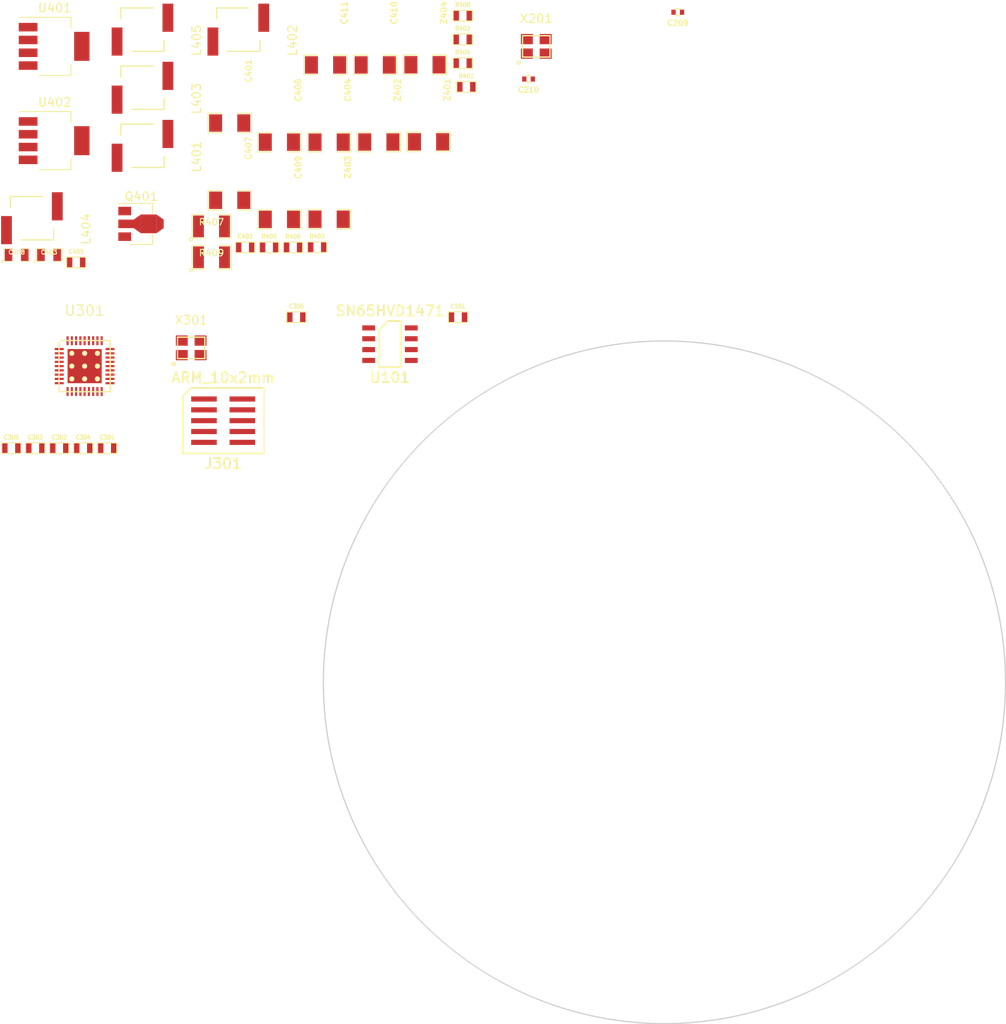
<source format=kicad_pcb>
(kicad_pcb (version 4) (host pcbnew 4.0.7)

  (general
    (links 111)
    (no_connects 102)
    (area 72 29 153.169524 84.64)
    (thickness 1.6)
    (drawings 1)
    (tracks 0)
    (zones 0)
    (modules 46)
    (nets 54)
  )

  (page A4)
  (layers
    (0 F.Cu signal)
    (31 B.Cu signal)
    (32 B.Adhes user)
    (33 F.Adhes user)
    (34 B.Paste user)
    (35 F.Paste user)
    (36 B.SilkS user)
    (37 F.SilkS user)
    (38 B.Mask user)
    (39 F.Mask user)
    (40 Dwgs.User user)
    (41 Cmts.User user)
    (42 Eco1.User user)
    (43 Eco2.User user)
    (44 Edge.Cuts user)
    (45 Margin user)
    (46 B.CrtYd user)
    (47 F.CrtYd user)
    (48 B.Fab user)
    (49 F.Fab user)
  )

  (setup
    (last_trace_width 0.25)
    (trace_clearance 0.2)
    (zone_clearance 0.508)
    (zone_45_only no)
    (trace_min 0.2)
    (segment_width 0.2)
    (edge_width 0.15)
    (via_size 0.6)
    (via_drill 0.4)
    (via_min_size 0.4)
    (via_min_drill 0.3)
    (uvia_size 0.3)
    (uvia_drill 0.1)
    (uvias_allowed no)
    (uvia_min_size 0.2)
    (uvia_min_drill 0.1)
    (pcb_text_width 0.3)
    (pcb_text_size 1.5 1.5)
    (mod_edge_width 0.15)
    (mod_text_size 1 1)
    (mod_text_width 0.15)
    (pad_size 1.524 1.524)
    (pad_drill 0.762)
    (pad_to_mask_clearance 0.2)
    (aux_axis_origin 0 0)
    (visible_elements 7FFFFFFF)
    (pcbplotparams
      (layerselection 0x00030_80000001)
      (usegerberextensions false)
      (excludeedgelayer true)
      (linewidth 0.100000)
      (plotframeref false)
      (viasonmask false)
      (mode 1)
      (useauxorigin false)
      (hpglpennumber 1)
      (hpglpenspeed 20)
      (hpglpendiameter 15)
      (hpglpenoverlay 2)
      (psnegative false)
      (psa4output false)
      (plotreference true)
      (plotvalue true)
      (plotinvisibletext false)
      (padsonsilk false)
      (subtractmaskfromsilk false)
      (outputformat 1)
      (mirror false)
      (drillshape 1)
      (scaleselection 1)
      (outputdirectory ""))
  )

  (net 0 "")
  (net 1 "Net-(C209-Pad1)")
  (net 2 GND)
  (net 3 "Net-(C210-Pad1)")
  (net 4 "Net-(C301-Pad1)")
  (net 5 +3.3V)
  (net 6 "Net-(C305-Pad1)")
  (net 7 "Net-(J301-Pad7)")
  (net 8 /MCU/TMS)
  (net 9 /MCU/TCK)
  (net 10 /MCU/TDO)
  (net 11 /MCU/TDI)
  (net 12 /MCU/NRST)
  (net 13 /MCU/CS)
  (net 14 /MCU/SCK)
  (net 15 /MCU/MISO)
  (net 16 /MCU/MOSI)
  (net 17 /MCU/RF_INT)
  (net 18 "Net-(U301-Pad17)")
  (net 19 "Net-(U301-Pad20)")
  (net 20 /MCU/US1_TX)
  (net 21 /MCU/US1_RX)
  (net 22 "Net-(U301-Pad31)")
  (net 23 "Net-(U301-Pad32)")
  (net 24 /MCU/SCL)
  (net 25 /MCU/SDA)
  (net 26 VCC)
  (net 27 VAMP)
  (net 28 Vadj)
  (net 29 "/Power Amplifier/RF_12")
  (net 30 "/Power Amplifier/RF_7")
  (net 31 "/Power Amplifier/RF_4")
  (net 32 "/Power Amplifier/RF_3")
  (net 33 "/Power Amplifier/RF_1")
  (net 34 "/Power Amplifier/RF_2")
  (net 35 "/Power Amplifier/RF_8")
  (net 36 "/Power Amplifier/PA_EN")
  (net 37 "Net-(R402-Pad2)")
  (net 38 "Net-(R404-Pad1)")
  (net 39 "Net-(R406-Pad2)")
  (net 40 "/Power Amplifier/RF_11")
  (net 41 "Net-(J101-Pad2)")
  (net 42 "Net-(J101-Pad4)")
  (net 43 "Net-(J101-Pad10)")
  (net 44 "Net-(J101-Pad12)")
  (net 45 /Si446x_TX/GPIO0)
  (net 46 /Si446x_TX/GPIO1)
  (net 47 /Si446x_TX/GPIO2)
  (net 48 /Si446x_TX/GPIO3)
  (net 49 /MCU/PB1)
  (net 50 "Net-(U301-Pad23)")
  (net 51 "Net-(U301-Pad24)")
  (net 52 "/Power Amplifier/RF_IN")
  (net 53 "/Power Amplifier/RF_OUT")

  (net_class Default "This is the default net class."
    (clearance 0.2)
    (trace_width 0.25)
    (via_dia 0.6)
    (via_drill 0.4)
    (uvia_dia 0.3)
    (uvia_drill 0.1)
    (add_net +3.3V)
    (add_net /MCU/CS)
    (add_net /MCU/MISO)
    (add_net /MCU/MOSI)
    (add_net /MCU/NRST)
    (add_net /MCU/PB1)
    (add_net /MCU/RF_INT)
    (add_net /MCU/SCK)
    (add_net /MCU/SCL)
    (add_net /MCU/SDA)
    (add_net /MCU/TCK)
    (add_net /MCU/TDI)
    (add_net /MCU/TDO)
    (add_net /MCU/TMS)
    (add_net /MCU/US1_RX)
    (add_net /MCU/US1_TX)
    (add_net "/Power Amplifier/PA_EN")
    (add_net "/Power Amplifier/RF_1")
    (add_net "/Power Amplifier/RF_11")
    (add_net "/Power Amplifier/RF_12")
    (add_net "/Power Amplifier/RF_2")
    (add_net "/Power Amplifier/RF_3")
    (add_net "/Power Amplifier/RF_4")
    (add_net "/Power Amplifier/RF_7")
    (add_net "/Power Amplifier/RF_8")
    (add_net "/Power Amplifier/RF_IN")
    (add_net "/Power Amplifier/RF_OUT")
    (add_net /Si446x_TX/GPIO0)
    (add_net /Si446x_TX/GPIO1)
    (add_net /Si446x_TX/GPIO2)
    (add_net /Si446x_TX/GPIO3)
    (add_net GND)
    (add_net "Net-(C209-Pad1)")
    (add_net "Net-(C210-Pad1)")
    (add_net "Net-(C301-Pad1)")
    (add_net "Net-(C305-Pad1)")
    (add_net "Net-(J101-Pad10)")
    (add_net "Net-(J101-Pad12)")
    (add_net "Net-(J101-Pad2)")
    (add_net "Net-(J101-Pad4)")
    (add_net "Net-(J301-Pad7)")
    (add_net "Net-(R402-Pad2)")
    (add_net "Net-(R404-Pad1)")
    (add_net "Net-(R406-Pad2)")
    (add_net "Net-(U301-Pad17)")
    (add_net "Net-(U301-Pad20)")
    (add_net "Net-(U301-Pad23)")
    (add_net "Net-(U301-Pad24)")
    (add_net "Net-(U301-Pad31)")
    (add_net "Net-(U301-Pad32)")
    (add_net VAMP)
    (add_net VCC)
    (add_net Vadj)
  )

  (module SM0402 (layer F.Cu) (tedit 55C7B894) (tstamp 5AEAB952)
    (at 151.564762 30.475)
    (path /5AE6C8B3/5AEABC9B)
    (fp_text reference C209 (at 0 1.27) (layer F.SilkS)
      (effects (font (size 0.635 0.635) (thickness 0.15)))
    )
    (fp_text value 10p (at 0 -0.5) (layer F.Fab) hide
      (effects (font (size 1 1) (thickness 0.15)))
    )
    (fp_line (start 0.2 0.4) (end 0.3 0.4) (layer F.SilkS) (width 0.15))
    (fp_line (start 0.2 -0.4) (end 0.3 -0.4) (layer F.SilkS) (width 0.15))
    (fp_line (start -0.3 0.4) (end 0.2 0.4) (layer F.SilkS) (width 0.15))
    (fp_line (start -0.3 -0.4) (end 0.2 -0.4) (layer F.SilkS) (width 0.15))
    (pad 1 smd rect (at -0.5 0) (size 0.5 0.6) (layers F.Cu F.Paste F.Mask)
      (net 1 "Net-(C209-Pad1)"))
    (pad 2 smd rect (at 0.5 0) (size 0.5 0.6) (layers F.Cu F.Paste F.Mask)
      (net 2 GND))
  )

  (module SM0402 (layer F.Cu) (tedit 55C7B894) (tstamp 5AEAB95C)
    (at 134.064762 38.305)
    (path /5AE6C8B3/5AEABAF0)
    (fp_text reference C210 (at 0 1.27) (layer F.SilkS)
      (effects (font (size 0.635 0.635) (thickness 0.15)))
    )
    (fp_text value 10p (at 0 -0.5) (layer F.Fab) hide
      (effects (font (size 1 1) (thickness 0.15)))
    )
    (fp_line (start 0.2 0.4) (end 0.3 0.4) (layer F.SilkS) (width 0.15))
    (fp_line (start 0.2 -0.4) (end 0.3 -0.4) (layer F.SilkS) (width 0.15))
    (fp_line (start -0.3 0.4) (end 0.2 0.4) (layer F.SilkS) (width 0.15))
    (fp_line (start -0.3 -0.4) (end 0.2 -0.4) (layer F.SilkS) (width 0.15))
    (pad 1 smd rect (at -0.5 0) (size 0.5 0.6) (layers F.Cu F.Paste F.Mask)
      (net 3 "Net-(C210-Pad1)"))
    (pad 2 smd rect (at 0.5 0) (size 0.5 0.6) (layers F.Cu F.Paste F.Mask)
      (net 2 GND))
  )

  (module General_SMD:SM0603 (layer F.Cu) (tedit 54EC8D93) (tstamp 5AEAB966)
    (at 84.646501 81.56275)
    (path /5AE72573/58B11C23)
    (attr smd)
    (fp_text reference C301 (at 0 -1.27) (layer F.SilkS)
      (effects (font (size 0.508 0.4572) (thickness 0.1143)))
    )
    (fp_text value 10p (at 0 0) (layer F.SilkS) hide
      (effects (font (size 0.508 0.4572) (thickness 0.1143)))
    )
    (fp_line (start -1.143 -0.635) (end 1.143 -0.635) (layer F.SilkS) (width 0.127))
    (fp_line (start 1.143 -0.635) (end 1.143 0.635) (layer F.SilkS) (width 0.127))
    (fp_line (start 1.143 0.635) (end -1.143 0.635) (layer F.SilkS) (width 0.127))
    (fp_line (start -1.143 0.635) (end -1.143 -0.635) (layer F.SilkS) (width 0.127))
    (pad 1 smd rect (at -0.762 0) (size 0.635 1.143) (layers F.Cu F.Paste F.Mask)
      (net 4 "Net-(C301-Pad1)"))
    (pad 2 smd rect (at 0.762 0) (size 0.635 1.143) (layers F.Cu F.Paste F.Mask)
      (net 2 GND))
    (model smd\resistors\R0603.wrl
      (at (xyz 0 0 0.001))
      (scale (xyz 0.5 0.5 0.5))
      (rotate (xyz 0 0 0))
    )
  )

  (module General_SMD:SM0603 (layer F.Cu) (tedit 54EC8D93) (tstamp 5AEAB970)
    (at 79.026501 81.56275)
    (path /5AE72573/58B245E6)
    (attr smd)
    (fp_text reference C302 (at 0 -1.27) (layer F.SilkS)
      (effects (font (size 0.508 0.4572) (thickness 0.1143)))
    )
    (fp_text value 100n (at 0 0) (layer F.SilkS) hide
      (effects (font (size 0.508 0.4572) (thickness 0.1143)))
    )
    (fp_line (start -1.143 -0.635) (end 1.143 -0.635) (layer F.SilkS) (width 0.127))
    (fp_line (start 1.143 -0.635) (end 1.143 0.635) (layer F.SilkS) (width 0.127))
    (fp_line (start 1.143 0.635) (end -1.143 0.635) (layer F.SilkS) (width 0.127))
    (fp_line (start -1.143 0.635) (end -1.143 -0.635) (layer F.SilkS) (width 0.127))
    (pad 1 smd rect (at -0.762 0) (size 0.635 1.143) (layers F.Cu F.Paste F.Mask)
      (net 2 GND))
    (pad 2 smd rect (at 0.762 0) (size 0.635 1.143) (layers F.Cu F.Paste F.Mask)
      (net 5 +3.3V))
    (model smd\resistors\R0603.wrl
      (at (xyz 0 0 0.001))
      (scale (xyz 0.5 0.5 0.5))
      (rotate (xyz 0 0 0))
    )
  )

  (module General_SMD:SM0603 (layer F.Cu) (tedit 54EC8D93) (tstamp 5AEAB97A)
    (at 76.216501 81.56275)
    (path /5AE72573/58B245F3)
    (attr smd)
    (fp_text reference C303 (at 0 -1.27) (layer F.SilkS)
      (effects (font (size 0.508 0.4572) (thickness 0.1143)))
    )
    (fp_text value 100n (at 0 0) (layer F.SilkS) hide
      (effects (font (size 0.508 0.4572) (thickness 0.1143)))
    )
    (fp_line (start -1.143 -0.635) (end 1.143 -0.635) (layer F.SilkS) (width 0.127))
    (fp_line (start 1.143 -0.635) (end 1.143 0.635) (layer F.SilkS) (width 0.127))
    (fp_line (start 1.143 0.635) (end -1.143 0.635) (layer F.SilkS) (width 0.127))
    (fp_line (start -1.143 0.635) (end -1.143 -0.635) (layer F.SilkS) (width 0.127))
    (pad 1 smd rect (at -0.762 0) (size 0.635 1.143) (layers F.Cu F.Paste F.Mask)
      (net 2 GND))
    (pad 2 smd rect (at 0.762 0) (size 0.635 1.143) (layers F.Cu F.Paste F.Mask)
      (net 5 +3.3V))
    (model smd\resistors\R0603.wrl
      (at (xyz 0 0 0.001))
      (scale (xyz 0.5 0.5 0.5))
      (rotate (xyz 0 0 0))
    )
  )

  (module General_SMD:SM0603 (layer F.Cu) (tedit 54EC8D93) (tstamp 5AEAB984)
    (at 81.836501 81.56275)
    (path /5AE72573/58B24735)
    (attr smd)
    (fp_text reference C304 (at 0 -1.27) (layer F.SilkS)
      (effects (font (size 0.508 0.4572) (thickness 0.1143)))
    )
    (fp_text value 100n (at 0 0) (layer F.SilkS) hide
      (effects (font (size 0.508 0.4572) (thickness 0.1143)))
    )
    (fp_line (start -1.143 -0.635) (end 1.143 -0.635) (layer F.SilkS) (width 0.127))
    (fp_line (start 1.143 -0.635) (end 1.143 0.635) (layer F.SilkS) (width 0.127))
    (fp_line (start 1.143 0.635) (end -1.143 0.635) (layer F.SilkS) (width 0.127))
    (fp_line (start -1.143 0.635) (end -1.143 -0.635) (layer F.SilkS) (width 0.127))
    (pad 1 smd rect (at -0.762 0) (size 0.635 1.143) (layers F.Cu F.Paste F.Mask)
      (net 2 GND))
    (pad 2 smd rect (at 0.762 0) (size 0.635 1.143) (layers F.Cu F.Paste F.Mask)
      (net 5 +3.3V))
    (model smd\resistors\R0603.wrl
      (at (xyz 0 0 0.001))
      (scale (xyz 0.5 0.5 0.5))
      (rotate (xyz 0 0 0))
    )
  )

  (module General_SMD:SM0603 (layer F.Cu) (tedit 54EC8D93) (tstamp 5AEAB98E)
    (at 73.406501 81.56275)
    (path /5AE72573/58B125A0)
    (attr smd)
    (fp_text reference C305 (at 0 -1.27) (layer F.SilkS)
      (effects (font (size 0.508 0.4572) (thickness 0.1143)))
    )
    (fp_text value 10p (at 0 0) (layer F.SilkS) hide
      (effects (font (size 0.508 0.4572) (thickness 0.1143)))
    )
    (fp_line (start -1.143 -0.635) (end 1.143 -0.635) (layer F.SilkS) (width 0.127))
    (fp_line (start 1.143 -0.635) (end 1.143 0.635) (layer F.SilkS) (width 0.127))
    (fp_line (start 1.143 0.635) (end -1.143 0.635) (layer F.SilkS) (width 0.127))
    (fp_line (start -1.143 0.635) (end -1.143 -0.635) (layer F.SilkS) (width 0.127))
    (pad 1 smd rect (at -0.762 0) (size 0.635 1.143) (layers F.Cu F.Paste F.Mask)
      (net 6 "Net-(C305-Pad1)"))
    (pad 2 smd rect (at 0.762 0) (size 0.635 1.143) (layers F.Cu F.Paste F.Mask)
      (net 2 GND))
    (model smd\resistors\R0603.wrl
      (at (xyz 0 0 0.001))
      (scale (xyz 0.5 0.5 0.5))
      (rotate (xyz 0 0 0))
    )
  )

  (module General_SMD:SM0603 (layer F.Cu) (tedit 54EC8D93) (tstamp 5AEAB998)
    (at 106.826501 66.21275)
    (path /5AE72573/58B24742)
    (attr smd)
    (fp_text reference C306 (at 0 -1.27) (layer F.SilkS)
      (effects (font (size 0.508 0.4572) (thickness 0.1143)))
    )
    (fp_text value 100n (at 0 0) (layer F.SilkS) hide
      (effects (font (size 0.508 0.4572) (thickness 0.1143)))
    )
    (fp_line (start -1.143 -0.635) (end 1.143 -0.635) (layer F.SilkS) (width 0.127))
    (fp_line (start 1.143 -0.635) (end 1.143 0.635) (layer F.SilkS) (width 0.127))
    (fp_line (start 1.143 0.635) (end -1.143 0.635) (layer F.SilkS) (width 0.127))
    (fp_line (start -1.143 0.635) (end -1.143 -0.635) (layer F.SilkS) (width 0.127))
    (pad 1 smd rect (at -0.762 0) (size 0.635 1.143) (layers F.Cu F.Paste F.Mask)
      (net 2 GND))
    (pad 2 smd rect (at 0.762 0) (size 0.635 1.143) (layers F.Cu F.Paste F.Mask)
      (net 5 +3.3V))
    (model smd\resistors\R0603.wrl
      (at (xyz 0 0 0.001))
      (scale (xyz 0.5 0.5 0.5))
      (rotate (xyz 0 0 0))
    )
  )

  (module Connectors_127mm:JTAG_10ARM (layer F.Cu) (tedit 5534F0A7) (tstamp 5AEAB9AB)
    (at 98.247143 78.34)
    (path /5AE72573/5AE9F04E)
    (fp_text reference J301 (at 0 5.04) (layer F.SilkS)
      (effects (font (size 1.2 1.2) (thickness 0.2)))
    )
    (fp_text value ARM_10x2mm (at 0 -5.04) (layer F.SilkS)
      (effects (font (size 1.2 1.2) (thickness 0.2)))
    )
    (fp_line (start -3.75 -3.84) (end -4.75 -2.84) (layer F.SilkS) (width 0.2))
    (fp_line (start -4.75 -2.84) (end -4.75 3.84) (layer F.SilkS) (width 0.2))
    (fp_line (start -4.75 3.84) (end 4.75 3.84) (layer F.SilkS) (width 0.2))
    (fp_line (start 4.75 3.84) (end 4.75 -3.84) (layer F.SilkS) (width 0.2))
    (fp_line (start 4.75 -3.84) (end -3.75 -3.84) (layer F.SilkS) (width 0.2))
    (pad 1 smd rect (at -2.25 -2.54) (size 3 0.6) (layers F.Cu F.Paste F.Mask)
      (net 5 +3.3V))
    (pad 3 smd rect (at -2.25 -1.27) (size 3 0.6) (layers F.Cu F.Paste F.Mask)
      (net 2 GND))
    (pad 5 smd rect (at -2.25 0) (size 3 0.6) (layers F.Cu F.Paste F.Mask)
      (net 2 GND))
    (pad 7 smd rect (at -2.25 1.27) (size 3 0.6) (layers F.Cu F.Paste F.Mask)
      (net 7 "Net-(J301-Pad7)"))
    (pad 9 smd rect (at -2.25 2.54) (size 3 0.6) (layers F.Cu F.Paste F.Mask)
      (net 2 GND))
    (pad 2 smd rect (at 2.25 -2.54) (size 3 0.6) (layers F.Cu F.Paste F.Mask)
      (net 8 /MCU/TMS))
    (pad 4 smd rect (at 2.25 -1.27) (size 3 0.6) (layers F.Cu F.Paste F.Mask)
      (net 9 /MCU/TCK))
    (pad 6 smd rect (at 2.25 0) (size 3 0.6) (layers F.Cu F.Paste F.Mask)
      (net 10 /MCU/TDO))
    (pad 8 smd rect (at 2.25 1.27) (size 3 0.6) (layers F.Cu F.Paste F.Mask)
      (net 11 /MCU/TDI))
    (pad 10 smd rect (at 2.25 2.54) (size 3 0.6) (layers F.Cu F.Paste F.Mask)
      (net 12 /MCU/NRST))
  )

  (module QFN:QFN36_6x6_0.5mm (layer F.Cu) (tedit 0) (tstamp 5AEAB9F2)
    (at 81.999999 71.945)
    (path /5AE72573/58AEB95D)
    (fp_text reference U301 (at 0 -6.5) (layer F.SilkS)
      (effects (font (size 1.2 1.2) (thickness 0.15)))
    )
    (fp_text value STM32F103TB-QFN36 (at 0 6.5) (layer F.Fab)
      (effects (font (size 1.2 1.2) (thickness 0.15)))
    )
    (fp_line (start -2.7 -3) (end -3 -2.7) (layer F.SilkS) (width 0.15))
    (fp_line (start -3 -2.7) (end -3 3) (layer F.SilkS) (width 0.15))
    (fp_line (start -3 3) (end 3 3) (layer F.SilkS) (width 0.15))
    (fp_line (start 3 3) (end 3 -3) (layer F.SilkS) (width 0.15))
    (fp_line (start 3 -3) (end -2.7 -3) (layer F.SilkS) (width 0.15))
    (pad 37 smd rect (at 0 0) (size 4 4) (layers F.Cu F.Mask)
      (net 2 GND))
    (pad 37 thru_hole circle (at -1.5 -1.5) (size 0.6 0.6) (drill 0.2) (layers *.Cu *.Mask F.SilkS)
      (net 2 GND))
    (pad 37 thru_hole circle (at -1.5 0) (size 0.6 0.6) (drill 0.2) (layers *.Cu *.Mask F.SilkS)
      (net 2 GND))
    (pad 37 thru_hole circle (at -1.5 1.5) (size 0.6 0.6) (drill 0.2) (layers *.Cu *.Mask F.SilkS)
      (net 2 GND))
    (pad 37 thru_hole circle (at 0 -1.5) (size 0.6 0.6) (drill 0.2) (layers *.Cu *.Mask F.SilkS)
      (net 2 GND))
    (pad 37 thru_hole circle (at 0 0) (size 0.6 0.6) (drill 0.2) (layers *.Cu *.Mask F.SilkS)
      (net 2 GND))
    (pad 37 thru_hole circle (at 0 1.5) (size 0.6 0.6) (drill 0.2) (layers *.Cu *.Mask F.SilkS)
      (net 2 GND))
    (pad 37 thru_hole circle (at 1.5 -1.5) (size 0.6 0.6) (drill 0.2) (layers *.Cu *.Mask F.SilkS)
      (net 2 GND))
    (pad 37 thru_hole circle (at 1.5 0) (size 0.6 0.6) (drill 0.2) (layers *.Cu *.Mask F.SilkS)
      (net 2 GND))
    (pad 37 thru_hole circle (at 1.5 1.5) (size 0.6 0.6) (drill 0.2) (layers *.Cu *.Mask F.SilkS)
      (net 2 GND))
    (pad ~ smd rect (at -1.646446 -1.646446) (size 0.707106 0.707106) (layers F.Paste))
    (pad ~ smd rect (at -1.646446 -0.548815) (size 0.707106 0.707106) (layers F.Paste))
    (pad ~ smd rect (at -1.646446 0.548815) (size 0.707106 0.707106) (layers F.Paste))
    (pad ~ smd rect (at -1.646446 1.646446) (size 0.707106 0.707106) (layers F.Paste))
    (pad ~ smd rect (at -0.548815 -1.646446) (size 0.707106 0.707106) (layers F.Paste))
    (pad ~ smd rect (at -0.548815 -0.548815) (size 0.707106 0.707106) (layers F.Paste))
    (pad ~ smd rect (at -0.548815 0.548815) (size 0.707106 0.707106) (layers F.Paste))
    (pad ~ smd rect (at -0.548815 1.646446) (size 0.707106 0.707106) (layers F.Paste))
    (pad ~ smd rect (at 0.548815 -1.646446) (size 0.707106 0.707106) (layers F.Paste))
    (pad ~ smd rect (at 0.548815 -0.548815) (size 0.707106 0.707106) (layers F.Paste))
    (pad ~ smd rect (at 0.548815 0.548815) (size 0.707106 0.707106) (layers F.Paste))
    (pad ~ smd rect (at 0.548815 1.646446) (size 0.707106 0.707106) (layers F.Paste))
    (pad ~ smd rect (at 1.646446 -1.646446) (size 0.707106 0.707106) (layers F.Paste))
    (pad ~ smd rect (at 1.646446 -0.548815) (size 0.707106 0.707106) (layers F.Paste))
    (pad ~ smd rect (at 1.646446 0.548815) (size 0.707106 0.707106) (layers F.Paste))
    (pad ~ smd rect (at 1.646446 1.646446) (size 0.707106 0.707106) (layers F.Paste))
    (pad 1 smd rect (at -2.975 -2) (size 1.05 0.25) (layers F.Cu F.Paste F.Mask)
      (net 5 +3.3V))
    (pad 2 smd rect (at -2.975 -1.5) (size 1.05 0.25) (layers F.Cu F.Paste F.Mask)
      (net 4 "Net-(C301-Pad1)"))
    (pad 3 smd rect (at -2.975 -1) (size 1.05 0.25) (layers F.Cu F.Paste F.Mask)
      (net 6 "Net-(C305-Pad1)"))
    (pad 4 smd rect (at -2.975 -0.5) (size 1.05 0.25) (layers F.Cu F.Paste F.Mask)
      (net 12 /MCU/NRST))
    (pad 5 smd rect (at -2.975 0) (size 1.05 0.25) (layers F.Cu F.Paste F.Mask)
      (net 2 GND))
    (pad 6 smd rect (at -2.975 0.5) (size 1.05 0.25) (layers F.Cu F.Paste F.Mask)
      (net 5 +3.3V))
    (pad 7 smd rect (at -2.975 1) (size 1.05 0.25) (layers F.Cu F.Paste F.Mask)
      (net 45 /Si446x_TX/GPIO0))
    (pad 8 smd rect (at -2.975 1.5) (size 1.05 0.25) (layers F.Cu F.Paste F.Mask)
      (net 46 /Si446x_TX/GPIO1))
    (pad 9 smd rect (at -2.975 2) (size 1.05 0.25) (layers F.Cu F.Paste F.Mask)
      (net 47 /Si446x_TX/GPIO2))
    (pad 10 smd rect (at -2 2.975) (size 0.25 1.05) (layers F.Cu F.Paste F.Mask)
      (net 48 /Si446x_TX/GPIO3))
    (pad 11 smd rect (at -1.5 2.975) (size 0.25 1.05) (layers F.Cu F.Paste F.Mask)
      (net 13 /MCU/CS))
    (pad 12 smd rect (at -1 2.975) (size 0.25 1.05) (layers F.Cu F.Paste F.Mask)
      (net 14 /MCU/SCK))
    (pad 13 smd rect (at -0.5 2.975) (size 0.25 1.05) (layers F.Cu F.Paste F.Mask)
      (net 15 /MCU/MISO))
    (pad 14 smd rect (at 0 2.975) (size 0.25 1.05) (layers F.Cu F.Paste F.Mask)
      (net 16 /MCU/MOSI))
    (pad 15 smd rect (at 0.5 2.975) (size 0.25 1.05) (layers F.Cu F.Paste F.Mask)
      (net 17 /MCU/RF_INT))
    (pad 16 smd rect (at 1 2.975) (size 0.25 1.05) (layers F.Cu F.Paste F.Mask)
      (net 49 /MCU/PB1))
    (pad 17 smd rect (at 1.5 2.975) (size 0.25 1.05) (layers F.Cu F.Paste F.Mask)
      (net 18 "Net-(U301-Pad17)"))
    (pad 18 smd rect (at 2 2.975) (size 0.25 1.05) (layers F.Cu F.Paste F.Mask)
      (net 2 GND))
    (pad 19 smd rect (at 2.975 2) (size 1.05 0.25) (layers F.Cu F.Paste F.Mask)
      (net 5 +3.3V))
    (pad 20 smd rect (at 2.975 1.5) (size 1.05 0.25) (layers F.Cu F.Paste F.Mask)
      (net 19 "Net-(U301-Pad20)"))
    (pad 21 smd rect (at 2.975 1) (size 1.05 0.25) (layers F.Cu F.Paste F.Mask)
      (net 20 /MCU/US1_TX))
    (pad 22 smd rect (at 2.975 0.5) (size 1.05 0.25) (layers F.Cu F.Paste F.Mask)
      (net 21 /MCU/US1_RX))
    (pad 23 smd rect (at 2.975 0) (size 1.05 0.25) (layers F.Cu F.Paste F.Mask)
      (net 50 "Net-(U301-Pad23)"))
    (pad 24 smd rect (at 2.975 -0.5) (size 1.05 0.25) (layers F.Cu F.Paste F.Mask)
      (net 51 "Net-(U301-Pad24)"))
    (pad 25 smd rect (at 2.975 -1) (size 1.05 0.25) (layers F.Cu F.Paste F.Mask)
      (net 8 /MCU/TMS))
    (pad 26 smd rect (at 2.975 -1.5) (size 1.05 0.25) (layers F.Cu F.Paste F.Mask)
      (net 2 GND))
    (pad 27 smd rect (at 2.975 -2) (size 1.05 0.25) (layers F.Cu F.Paste F.Mask)
      (net 5 +3.3V))
    (pad 28 smd rect (at 2 -2.975) (size 0.25 1.05) (layers F.Cu F.Paste F.Mask)
      (net 9 /MCU/TCK))
    (pad 29 smd rect (at 1.5 -2.975) (size 0.25 1.05) (layers F.Cu F.Paste F.Mask)
      (net 11 /MCU/TDI))
    (pad 30 smd rect (at 1 -2.975) (size 0.25 1.05) (layers F.Cu F.Paste F.Mask)
      (net 10 /MCU/TDO))
    (pad 31 smd rect (at 0.5 -2.975) (size 0.25 1.05) (layers F.Cu F.Paste F.Mask)
      (net 22 "Net-(U301-Pad31)"))
    (pad 32 smd rect (at 0 -2.975) (size 0.25 1.05) (layers F.Cu F.Paste F.Mask)
      (net 23 "Net-(U301-Pad32)"))
    (pad 33 smd rect (at -0.5 -2.975) (size 0.25 1.05) (layers F.Cu F.Paste F.Mask)
      (net 24 /MCU/SCL))
    (pad 34 smd rect (at -1 -2.975) (size 0.25 1.05) (layers F.Cu F.Paste F.Mask)
      (net 25 /MCU/SDA))
    (pad 35 smd rect (at -1.5 -2.975) (size 0.25 1.05) (layers F.Cu F.Paste F.Mask)
      (net 2 GND))
    (pad 36 smd rect (at -2 -2.975) (size 0.25 1.05) (layers F.Cu F.Paste F.Mask)
      (net 2 GND))
  )

  (module Xtal_SMD:xtal_3.2x2.5 (layer F.Cu) (tedit 54DF5DC4) (tstamp 5AEAB9FF)
    (at 94.495279 69.805)
    (path /5AE72573/58B10A6E)
    (fp_text reference X301 (at 0 -3.25) (layer F.SilkS)
      (effects (font (size 1 1) (thickness 0.15)))
    )
    (fp_text value 8MHz (at 8.75 -4.5) (layer F.SilkS) hide
      (effects (font (size 1 1) (thickness 0.15)))
    )
    (fp_circle (center -2.05 1.9) (end -1.95 2.05) (layer F.SilkS) (width 0.15))
    (fp_line (start -1.6 -1.25) (end 1.6 -1.25) (layer F.SilkS) (width 0.15))
    (fp_line (start 1.6 -1.25) (end 1.6 1.25) (layer F.SilkS) (width 0.15))
    (fp_line (start 1.6 1.25) (end -1.6 1.25) (layer F.SilkS) (width 0.15))
    (fp_line (start -1.6 1.25) (end -1.6 -1.25) (layer F.SilkS) (width 0.15))
    (pad 1 smd rect (at -1.1 0.85) (size 1.4 1.2) (layers F.Cu F.Paste F.Mask)
      (net 4 "Net-(C301-Pad1)"))
    (pad 2 smd rect (at 1.1 0.85) (size 1.4 1.2) (layers F.Cu F.Paste F.Mask)
      (net 2 GND))
    (pad 3 smd rect (at 1.1 -0.85) (size 1.4 1.2) (layers F.Cu F.Paste F.Mask)
      (net 6 "Net-(C305-Pad1)"))
    (pad 4 smd rect (at -1.1 -0.85) (size 1.4 1.2) (layers F.Cu F.Paste F.Mask)
      (net 2 GND))
  )

  (module SM0603 (layer F.Cu) (tedit 54EC8D93) (tstamp 5AEB98AC)
    (at 125.786501 66.21275)
    (path /5AEAD02F)
    (attr smd)
    (fp_text reference C101 (at 0 -1.27) (layer F.SilkS)
      (effects (font (size 0.508 0.4572) (thickness 0.1143)))
    )
    (fp_text value 1uF (at 0 0) (layer F.SilkS) hide
      (effects (font (size 0.508 0.4572) (thickness 0.1143)))
    )
    (fp_line (start -1.143 -0.635) (end 1.143 -0.635) (layer F.SilkS) (width 0.127))
    (fp_line (start 1.143 -0.635) (end 1.143 0.635) (layer F.SilkS) (width 0.127))
    (fp_line (start 1.143 0.635) (end -1.143 0.635) (layer F.SilkS) (width 0.127))
    (fp_line (start -1.143 0.635) (end -1.143 -0.635) (layer F.SilkS) (width 0.127))
    (pad 1 smd rect (at -0.762 0) (size 0.635 1.143) (layers F.Cu F.Paste F.Mask)
      (net 5 +3.3V))
    (pad 2 smd rect (at 0.762 0) (size 0.635 1.143) (layers F.Cu F.Paste F.Mask)
      (net 2 GND))
    (model smd\resistors\R0603.wrl
      (at (xyz 0 0 0.001))
      (scale (xyz 0.5 0.5 0.5))
      (rotate (xyz 0 0 0))
    )
  )

  (module SM1206 (layer F.Cu) (tedit 54CD7B0D) (tstamp 5AEB98B8)
    (at 99.013501 43.460001)
    (path /5AEB7B90/5AEBBA6C)
    (attr smd)
    (fp_text reference C401 (at 2.2 -6.1 90) (layer F.SilkS)
      (effects (font (size 0.7 0.7) (thickness 0.152)))
    )
    (fp_text value 4.7uF (at 0 0) (layer F.SilkS) hide
      (effects (font (size 0.762 0.762) (thickness 0.127)))
    )
    (fp_line (start -2.54 -1.143) (end -2.54 1.143) (layer F.SilkS) (width 0.127))
    (fp_line (start -2.54 1.143) (end -0.889 1.143) (layer F.SilkS) (width 0.127))
    (fp_line (start 0.889 -1.143) (end 2.54 -1.143) (layer F.SilkS) (width 0.127))
    (fp_line (start 2.54 -1.143) (end 2.54 1.143) (layer F.SilkS) (width 0.127))
    (fp_line (start 2.54 1.143) (end 0.889 1.143) (layer F.SilkS) (width 0.127))
    (fp_line (start -0.889 -1.143) (end -2.54 -1.143) (layer F.SilkS) (width 0.127))
    (pad 1 smd rect (at -1.651 0) (size 1.524 2.032) (layers F.Cu F.Paste F.Mask)
      (net 26 VCC))
    (pad 2 smd rect (at 1.651 0) (size 1.524 2.032) (layers F.Cu F.Paste F.Mask)
      (net 2 GND))
    (model smd/chip_cms.wrl
      (at (xyz 0 0 0))
      (scale (xyz 0.17 0.16 0.16))
      (rotate (xyz 0 0 0))
    )
  )

  (module SM0603 (layer F.Cu) (tedit 54EC8D93) (tstamp 5AEB98C2)
    (at 100.826501 58.03275)
    (path /5AEB7B90/5AEBBAC7)
    (attr smd)
    (fp_text reference C402 (at 0 -1.27) (layer F.SilkS)
      (effects (font (size 0.508 0.4572) (thickness 0.1143)))
    )
    (fp_text value 100nF (at 0 0) (layer F.SilkS) hide
      (effects (font (size 0.508 0.4572) (thickness 0.1143)))
    )
    (fp_line (start -1.143 -0.635) (end 1.143 -0.635) (layer F.SilkS) (width 0.127))
    (fp_line (start 1.143 -0.635) (end 1.143 0.635) (layer F.SilkS) (width 0.127))
    (fp_line (start 1.143 0.635) (end -1.143 0.635) (layer F.SilkS) (width 0.127))
    (fp_line (start -1.143 0.635) (end -1.143 -0.635) (layer F.SilkS) (width 0.127))
    (pad 1 smd rect (at -0.762 0) (size 0.635 1.143) (layers F.Cu F.Paste F.Mask)
      (net 26 VCC))
    (pad 2 smd rect (at 0.762 0) (size 0.635 1.143) (layers F.Cu F.Paste F.Mask)
      (net 2 GND))
    (model smd\resistors\R0603.wrl
      (at (xyz 0 0 0.001))
      (scale (xyz 0.5 0.5 0.5))
      (rotate (xyz 0 0 0))
    )
  )

  (module SM0805 (layer F.Cu) (tedit 54EC8E63) (tstamp 5AEB98CF)
    (at 77.827531 58.921531)
    (path /5AEB7B90/5AEBCC0E)
    (attr smd)
    (fp_text reference C403 (at 0 -0.3175) (layer F.SilkS)
      (effects (font (size 0.50038 0.50038) (thickness 0.10922)))
    )
    (fp_text value 1uF (at 0 0.381) (layer F.SilkS) hide
      (effects (font (size 0.50038 0.50038) (thickness 0.10922)))
    )
    (fp_circle (center -1.651 0.762) (end -1.651 0.635) (layer F.SilkS) (width 0.09906))
    (fp_line (start -0.508 0.762) (end -1.524 0.762) (layer F.SilkS) (width 0.09906))
    (fp_line (start -1.524 0.762) (end -1.524 -0.762) (layer F.SilkS) (width 0.09906))
    (fp_line (start -1.524 -0.762) (end -0.508 -0.762) (layer F.SilkS) (width 0.09906))
    (fp_line (start 0.508 -0.762) (end 1.524 -0.762) (layer F.SilkS) (width 0.09906))
    (fp_line (start 1.524 -0.762) (end 1.524 0.762) (layer F.SilkS) (width 0.09906))
    (fp_line (start 1.524 0.762) (end 0.508 0.762) (layer F.SilkS) (width 0.09906))
    (pad 1 smd rect (at -0.9525 0) (size 0.889 1.397) (layers F.Cu F.Paste F.Mask)
      (net 27 VAMP))
    (pad 2 smd rect (at 0.9525 0) (size 0.889 1.397) (layers F.Cu F.Paste F.Mask)
      (net 2 GND))
    (model smd/chip_cms.wrl
      (at (xyz 0 0 0))
      (scale (xyz 0.1 0.1 0.1))
      (rotate (xyz 0 0 0))
    )
  )

  (module SM1206 (layer F.Cu) (tedit 54CD7B0D) (tstamp 5AEB98DB)
    (at 110.673501 45.700001)
    (path /5AEB7B90/5AEBD935)
    (attr smd)
    (fp_text reference C404 (at 2.2 -6.1 90) (layer F.SilkS)
      (effects (font (size 0.7 0.7) (thickness 0.152)))
    )
    (fp_text value 4.7uF (at 0 0) (layer F.SilkS) hide
      (effects (font (size 0.762 0.762) (thickness 0.127)))
    )
    (fp_line (start -2.54 -1.143) (end -2.54 1.143) (layer F.SilkS) (width 0.127))
    (fp_line (start -2.54 1.143) (end -0.889 1.143) (layer F.SilkS) (width 0.127))
    (fp_line (start 0.889 -1.143) (end 2.54 -1.143) (layer F.SilkS) (width 0.127))
    (fp_line (start 2.54 -1.143) (end 2.54 1.143) (layer F.SilkS) (width 0.127))
    (fp_line (start 2.54 1.143) (end 0.889 1.143) (layer F.SilkS) (width 0.127))
    (fp_line (start -0.889 -1.143) (end -2.54 -1.143) (layer F.SilkS) (width 0.127))
    (pad 1 smd rect (at -1.651 0) (size 1.524 2.032) (layers F.Cu F.Paste F.Mask)
      (net 26 VCC))
    (pad 2 smd rect (at 1.651 0) (size 1.524 2.032) (layers F.Cu F.Paste F.Mask)
      (net 2 GND))
    (model smd/chip_cms.wrl
      (at (xyz 0 0 0))
      (scale (xyz 0.17 0.16 0.16))
      (rotate (xyz 0 0 0))
    )
  )

  (module SM0603 (layer F.Cu) (tedit 54EC8D93) (tstamp 5AEB98E5)
    (at 81.006501 59.79275)
    (path /5AEB7B90/5AEBD93B)
    (attr smd)
    (fp_text reference C405 (at 0 -1.27) (layer F.SilkS)
      (effects (font (size 0.508 0.4572) (thickness 0.1143)))
    )
    (fp_text value 100nF (at 0 0) (layer F.SilkS) hide
      (effects (font (size 0.508 0.4572) (thickness 0.1143)))
    )
    (fp_line (start -1.143 -0.635) (end 1.143 -0.635) (layer F.SilkS) (width 0.127))
    (fp_line (start 1.143 -0.635) (end 1.143 0.635) (layer F.SilkS) (width 0.127))
    (fp_line (start 1.143 0.635) (end -1.143 0.635) (layer F.SilkS) (width 0.127))
    (fp_line (start -1.143 0.635) (end -1.143 -0.635) (layer F.SilkS) (width 0.127))
    (pad 1 smd rect (at -0.762 0) (size 0.635 1.143) (layers F.Cu F.Paste F.Mask)
      (net 26 VCC))
    (pad 2 smd rect (at 0.762 0) (size 0.635 1.143) (layers F.Cu F.Paste F.Mask)
      (net 2 GND))
    (model smd\resistors\R0603.wrl
      (at (xyz 0 0 0.001))
      (scale (xyz 0.5 0.5 0.5))
      (rotate (xyz 0 0 0))
    )
  )

  (module General_SMD:SM1206 (layer F.Cu) (tedit 54CD7B0D) (tstamp 5AEB98F1)
    (at 104.843501 45.700001)
    (path /5AEB7B90/5AE0B4B7)
    (attr smd)
    (fp_text reference C406 (at 2.2 -6.1 90) (layer F.SilkS)
      (effects (font (size 0.7 0.7) (thickness 0.152)))
    )
    (fp_text value 10uF (at 0 0) (layer F.SilkS) hide
      (effects (font (size 0.762 0.762) (thickness 0.127)))
    )
    (fp_line (start -2.54 -1.143) (end -2.54 1.143) (layer F.SilkS) (width 0.127))
    (fp_line (start -2.54 1.143) (end -0.889 1.143) (layer F.SilkS) (width 0.127))
    (fp_line (start 0.889 -1.143) (end 2.54 -1.143) (layer F.SilkS) (width 0.127))
    (fp_line (start 2.54 -1.143) (end 2.54 1.143) (layer F.SilkS) (width 0.127))
    (fp_line (start 2.54 1.143) (end 0.889 1.143) (layer F.SilkS) (width 0.127))
    (fp_line (start -0.889 -1.143) (end -2.54 -1.143) (layer F.SilkS) (width 0.127))
    (pad 1 smd rect (at -1.651 0) (size 1.524 2.032) (layers F.Cu F.Paste F.Mask)
      (net 28 Vadj))
    (pad 2 smd rect (at 1.651 0) (size 1.524 2.032) (layers F.Cu F.Paste F.Mask)
      (net 2 GND))
    (model smd/chip_cms.wrl
      (at (xyz 0 0 0))
      (scale (xyz 0.17 0.16 0.16))
      (rotate (xyz 0 0 0))
    )
  )

  (module General_SMD:SM1206 (layer F.Cu) (tedit 54CD7B0D) (tstamp 5AEB98FD)
    (at 99.013501 52.510001)
    (path /5AEB7B90/5AE0BE88)
    (attr smd)
    (fp_text reference C407 (at 2.2 -6.1 90) (layer F.SilkS)
      (effects (font (size 0.7 0.7) (thickness 0.152)))
    )
    (fp_text value 100pF (at 0 0) (layer F.SilkS) hide
      (effects (font (size 0.762 0.762) (thickness 0.127)))
    )
    (fp_line (start -2.54 -1.143) (end -2.54 1.143) (layer F.SilkS) (width 0.127))
    (fp_line (start -2.54 1.143) (end -0.889 1.143) (layer F.SilkS) (width 0.127))
    (fp_line (start 0.889 -1.143) (end 2.54 -1.143) (layer F.SilkS) (width 0.127))
    (fp_line (start 2.54 -1.143) (end 2.54 1.143) (layer F.SilkS) (width 0.127))
    (fp_line (start 2.54 1.143) (end 0.889 1.143) (layer F.SilkS) (width 0.127))
    (fp_line (start -0.889 -1.143) (end -2.54 -1.143) (layer F.SilkS) (width 0.127))
    (pad 1 smd rect (at -1.651 0) (size 1.524 2.032) (layers F.Cu F.Paste F.Mask)
      (net 29 "/Power Amplifier/RF_12"))
    (pad 2 smd rect (at 1.651 0) (size 1.524 2.032) (layers F.Cu F.Paste F.Mask)
      (net 2 GND))
    (model smd/chip_cms.wrl
      (at (xyz 0 0 0))
      (scale (xyz 0.17 0.16 0.16))
      (rotate (xyz 0 0 0))
    )
  )

  (module SM0805 (layer F.Cu) (tedit 54EC8E63) (tstamp 5AEB990A)
    (at 74.027531 58.921531)
    (path /5AEB7B90/5AEBD97C)
    (attr smd)
    (fp_text reference C408 (at 0 -0.3175) (layer F.SilkS)
      (effects (font (size 0.50038 0.50038) (thickness 0.10922)))
    )
    (fp_text value 1uF (at 0 0.381) (layer F.SilkS) hide
      (effects (font (size 0.50038 0.50038) (thickness 0.10922)))
    )
    (fp_circle (center -1.651 0.762) (end -1.651 0.635) (layer F.SilkS) (width 0.09906))
    (fp_line (start -0.508 0.762) (end -1.524 0.762) (layer F.SilkS) (width 0.09906))
    (fp_line (start -1.524 0.762) (end -1.524 -0.762) (layer F.SilkS) (width 0.09906))
    (fp_line (start -1.524 -0.762) (end -0.508 -0.762) (layer F.SilkS) (width 0.09906))
    (fp_line (start 0.508 -0.762) (end 1.524 -0.762) (layer F.SilkS) (width 0.09906))
    (fp_line (start 1.524 -0.762) (end 1.524 0.762) (layer F.SilkS) (width 0.09906))
    (fp_line (start 1.524 0.762) (end 0.508 0.762) (layer F.SilkS) (width 0.09906))
    (pad 1 smd rect (at -0.9525 0) (size 0.889 1.397) (layers F.Cu F.Paste F.Mask)
      (net 28 Vadj))
    (pad 2 smd rect (at 0.9525 0) (size 0.889 1.397) (layers F.Cu F.Paste F.Mask)
      (net 2 GND))
    (model smd/chip_cms.wrl
      (at (xyz 0 0 0))
      (scale (xyz 0.1 0.1 0.1))
      (rotate (xyz 0 0 0))
    )
  )

  (module General_SMD:SM1206 (layer F.Cu) (tedit 54CD7B0D) (tstamp 5AEB9916)
    (at 104.843501 54.750001)
    (path /5AEB7B90/5AE0BB63)
    (attr smd)
    (fp_text reference C409 (at 2.2 -6.1 90) (layer F.SilkS)
      (effects (font (size 0.7 0.7) (thickness 0.152)))
    )
    (fp_text value 10uF (at 0 0) (layer F.SilkS) hide
      (effects (font (size 0.762 0.762) (thickness 0.127)))
    )
    (fp_line (start -2.54 -1.143) (end -2.54 1.143) (layer F.SilkS) (width 0.127))
    (fp_line (start -2.54 1.143) (end -0.889 1.143) (layer F.SilkS) (width 0.127))
    (fp_line (start 0.889 -1.143) (end 2.54 -1.143) (layer F.SilkS) (width 0.127))
    (fp_line (start 2.54 -1.143) (end 2.54 1.143) (layer F.SilkS) (width 0.127))
    (fp_line (start 2.54 1.143) (end 0.889 1.143) (layer F.SilkS) (width 0.127))
    (fp_line (start -0.889 -1.143) (end -2.54 -1.143) (layer F.SilkS) (width 0.127))
    (pad 1 smd rect (at -1.651 0) (size 1.524 2.032) (layers F.Cu F.Paste F.Mask)
      (net 2 GND))
    (pad 2 smd rect (at 1.651 0) (size 1.524 2.032) (layers F.Cu F.Paste F.Mask)
      (net 27 VAMP))
    (model smd/chip_cms.wrl
      (at (xyz 0 0 0))
      (scale (xyz 0.17 0.16 0.16))
      (rotate (xyz 0 0 0))
    )
  )

  (module General_SMD:SM1206 (layer F.Cu) (tedit 54CD7B0D) (tstamp 5AEB9922)
    (at 116.083501 36.650001)
    (path /5AEB7B90/5AE0BA70)
    (attr smd)
    (fp_text reference C410 (at 2.2 -6.1 90) (layer F.SilkS)
      (effects (font (size 0.7 0.7) (thickness 0.152)))
    )
    (fp_text value 100pF (at 0 0) (layer F.SilkS) hide
      (effects (font (size 0.762 0.762) (thickness 0.127)))
    )
    (fp_line (start -2.54 -1.143) (end -2.54 1.143) (layer F.SilkS) (width 0.127))
    (fp_line (start -2.54 1.143) (end -0.889 1.143) (layer F.SilkS) (width 0.127))
    (fp_line (start 0.889 -1.143) (end 2.54 -1.143) (layer F.SilkS) (width 0.127))
    (fp_line (start 2.54 -1.143) (end 2.54 1.143) (layer F.SilkS) (width 0.127))
    (fp_line (start 2.54 1.143) (end 0.889 1.143) (layer F.SilkS) (width 0.127))
    (fp_line (start -0.889 -1.143) (end -2.54 -1.143) (layer F.SilkS) (width 0.127))
    (pad 1 smd rect (at -1.651 0) (size 1.524 2.032) (layers F.Cu F.Paste F.Mask)
      (net 2 GND))
    (pad 2 smd rect (at 1.651 0) (size 1.524 2.032) (layers F.Cu F.Paste F.Mask)
      (net 30 "/Power Amplifier/RF_7"))
    (model smd/chip_cms.wrl
      (at (xyz 0 0 0))
      (scale (xyz 0.17 0.16 0.16))
      (rotate (xyz 0 0 0))
    )
  )

  (module General_SMD:SM1206 (layer F.Cu) (tedit 54CD7B0D) (tstamp 5AEB992E)
    (at 110.253501 36.650001)
    (path /5AEB7B90/5AE0C99E)
    (attr smd)
    (fp_text reference C411 (at 2.2 -6.1 90) (layer F.SilkS)
      (effects (font (size 0.7 0.7) (thickness 0.152)))
    )
    (fp_text value 470pF (at 0 0) (layer F.SilkS) hide
      (effects (font (size 0.762 0.762) (thickness 0.127)))
    )
    (fp_line (start -2.54 -1.143) (end -2.54 1.143) (layer F.SilkS) (width 0.127))
    (fp_line (start -2.54 1.143) (end -0.889 1.143) (layer F.SilkS) (width 0.127))
    (fp_line (start 0.889 -1.143) (end 2.54 -1.143) (layer F.SilkS) (width 0.127))
    (fp_line (start 2.54 -1.143) (end 2.54 1.143) (layer F.SilkS) (width 0.127))
    (fp_line (start 2.54 1.143) (end 0.889 1.143) (layer F.SilkS) (width 0.127))
    (fp_line (start -0.889 -1.143) (end -2.54 -1.143) (layer F.SilkS) (width 0.127))
    (pad 1 smd rect (at -1.651 0) (size 1.524 2.032) (layers F.Cu F.Paste F.Mask)
      (net 31 "/Power Amplifier/RF_4"))
    (pad 2 smd rect (at 1.651 0) (size 1.524 2.032) (layers F.Cu F.Paste F.Mask)
      (net 32 "/Power Amplifier/RF_3"))
    (model smd/chip_cms.wrl
      (at (xyz 0 0 0))
      (scale (xyz 0.17 0.16 0.16))
      (rotate (xyz 0 0 0))
    )
  )

  (module Coilcraft:MINI_SPRING_TYPE_B (layer F.Cu) (tedit 5AE0F10A) (tstamp 5AEB9938)
    (at 88.785 46.135)
    (path /5AEB7B90/5AE0B32B)
    (fp_text reference L401 (at 6.35 1.27 90) (layer F.SilkS)
      (effects (font (size 1 1) (thickness 0.15)))
    )
    (fp_text value FB (at 0 -2.54) (layer F.Fab)
      (effects (font (size 1 1) (thickness 0.15)))
    )
    (fp_line (start -2.54 -2.54) (end 1.27 -2.54) (layer F.SilkS) (width 0.15))
    (fp_line (start -2.54 -1.27) (end -2.54 -2.54) (layer F.SilkS) (width 0.15))
    (fp_line (start 2.54 2.54) (end 2.54 1.27) (layer F.SilkS) (width 0.15))
    (fp_line (start -1.27 2.54) (end 2.54 2.54) (layer F.SilkS) (width 0.15))
    (pad 1 smd rect (at -2.98 1.395) (size 1.27 3.3) (layers F.Cu F.Paste F.Mask)
      (net 28 Vadj))
    (pad 2 smd rect (at 2.98 -1.395) (size 1.27 3.3) (layers F.Cu F.Paste F.Mask)
      (net 29 "/Power Amplifier/RF_12"))
  )

  (module Coilcraft:MINI_SPRING_TYPE_B (layer F.Cu) (tedit 5AE0F10A) (tstamp 5AEB9942)
    (at 100.025 32.515)
    (path /5AEB7B90/5AEB9557)
    (fp_text reference L402 (at 6.35 1.27 90) (layer F.SilkS)
      (effects (font (size 1 1) (thickness 0.15)))
    )
    (fp_text value 3nH (at 0 -2.54) (layer F.Fab)
      (effects (font (size 1 1) (thickness 0.15)))
    )
    (fp_line (start -2.54 -2.54) (end 1.27 -2.54) (layer F.SilkS) (width 0.15))
    (fp_line (start -2.54 -1.27) (end -2.54 -2.54) (layer F.SilkS) (width 0.15))
    (fp_line (start 2.54 2.54) (end 2.54 1.27) (layer F.SilkS) (width 0.15))
    (fp_line (start -1.27 2.54) (end 2.54 2.54) (layer F.SilkS) (width 0.15))
    (pad 1 smd rect (at -2.98 1.395) (size 1.27 3.3) (layers F.Cu F.Paste F.Mask)
      (net 33 "/Power Amplifier/RF_1"))
    (pad 2 smd rect (at 2.98 -1.395) (size 1.27 3.3) (layers F.Cu F.Paste F.Mask)
      (net 34 "/Power Amplifier/RF_2"))
  )

  (module Coilcraft:MINI_SPRING_TYPE_B (layer F.Cu) (tedit 5AE0F10A) (tstamp 5AEB994C)
    (at 88.785 39.325)
    (path /5AEB7B90/5AE0B818)
    (fp_text reference L403 (at 6.35 1.27 90) (layer F.SilkS)
      (effects (font (size 1 1) (thickness 0.15)))
    )
    (fp_text value FB (at 0 -2.54) (layer F.Fab)
      (effects (font (size 1 1) (thickness 0.15)))
    )
    (fp_line (start -2.54 -2.54) (end 1.27 -2.54) (layer F.SilkS) (width 0.15))
    (fp_line (start -2.54 -1.27) (end -2.54 -2.54) (layer F.SilkS) (width 0.15))
    (fp_line (start 2.54 2.54) (end 2.54 1.27) (layer F.SilkS) (width 0.15))
    (fp_line (start -1.27 2.54) (end 2.54 2.54) (layer F.SilkS) (width 0.15))
    (pad 1 smd rect (at -2.98 1.395) (size 1.27 3.3) (layers F.Cu F.Paste F.Mask)
      (net 27 VAMP))
    (pad 2 smd rect (at 2.98 -1.395) (size 1.27 3.3) (layers F.Cu F.Paste F.Mask)
      (net 30 "/Power Amplifier/RF_7"))
  )

  (module Coilcraft:MINI_SPRING_TYPE_B (layer F.Cu) (tedit 5AE0F10A) (tstamp 5AEB9956)
    (at 75.815 54.615)
    (path /5AEB7B90/5AE0ADDC)
    (fp_text reference L404 (at 6.35 1.27 90) (layer F.SilkS)
      (effects (font (size 1 1) (thickness 0.15)))
    )
    (fp_text value 20nH (at 0 -2.54) (layer F.Fab)
      (effects (font (size 1 1) (thickness 0.15)))
    )
    (fp_line (start -2.54 -2.54) (end 1.27 -2.54) (layer F.SilkS) (width 0.15))
    (fp_line (start -2.54 -1.27) (end -2.54 -2.54) (layer F.SilkS) (width 0.15))
    (fp_line (start 2.54 2.54) (end 2.54 1.27) (layer F.SilkS) (width 0.15))
    (fp_line (start -1.27 2.54) (end 2.54 2.54) (layer F.SilkS) (width 0.15))
    (pad 1 smd rect (at -2.98 1.395) (size 1.27 3.3) (layers F.Cu F.Paste F.Mask)
      (net 30 "/Power Amplifier/RF_7"))
    (pad 2 smd rect (at 2.98 -1.395) (size 1.27 3.3) (layers F.Cu F.Paste F.Mask)
      (net 32 "/Power Amplifier/RF_3"))
  )

  (module Coilcraft:MINI_SPRING_TYPE_B (layer F.Cu) (tedit 5AE0F10A) (tstamp 5AEB9960)
    (at 88.785 32.515)
    (path /5AEB7B90/5AEB8943)
    (fp_text reference L405 (at 6.35 1.27 90) (layer F.SilkS)
      (effects (font (size 1 1) (thickness 0.15)))
    )
    (fp_text value 5nH (at 0 -2.54) (layer F.Fab)
      (effects (font (size 1 1) (thickness 0.15)))
    )
    (fp_line (start -2.54 -2.54) (end 1.27 -2.54) (layer F.SilkS) (width 0.15))
    (fp_line (start -2.54 -1.27) (end -2.54 -2.54) (layer F.SilkS) (width 0.15))
    (fp_line (start 2.54 2.54) (end 2.54 1.27) (layer F.SilkS) (width 0.15))
    (fp_line (start -1.27 2.54) (end 2.54 2.54) (layer F.SilkS) (width 0.15))
    (pad 1 smd rect (at -2.98 1.395) (size 1.27 3.3) (layers F.Cu F.Paste F.Mask)
      (net 31 "/Power Amplifier/RF_4"))
    (pad 2 smd rect (at 2.98 -1.395) (size 1.27 3.3) (layers F.Cu F.Paste F.Mask)
      (net 35 "/Power Amplifier/RF_8"))
  )

  (module SOT:SOT-89-3 (layer F.Cu) (tedit 591F0203) (tstamp 5AEB9978)
    (at 88.180476 55.275)
    (descr SOT-89-3)
    (tags SOT-89-3)
    (path /5AEB7B90/5AE0ACA2)
    (attr smd)
    (fp_text reference Q401 (at 0.45 -3.2) (layer F.SilkS)
      (effects (font (size 1 1) (thickness 0.15)))
    )
    (fp_text value AFT05MS004N (at 0.45 3.25) (layer F.Fab)
      (effects (font (size 1 1) (thickness 0.15)))
    )
    (fp_text user %R (at 0.38 0 90) (layer F.Fab)
      (effects (font (size 0.6 0.6) (thickness 0.09)))
    )
    (fp_line (start 1.78 1.2) (end 1.78 2.4) (layer F.SilkS) (width 0.12))
    (fp_line (start 1.78 2.4) (end -0.92 2.4) (layer F.SilkS) (width 0.12))
    (fp_line (start -2.22 -2.4) (end 1.78 -2.4) (layer F.SilkS) (width 0.12))
    (fp_line (start 1.78 -2.4) (end 1.78 -1.2) (layer F.SilkS) (width 0.12))
    (fp_line (start -0.92 -1.51) (end -0.13 -2.3) (layer F.Fab) (width 0.1))
    (fp_line (start 1.68 -2.3) (end 1.68 2.3) (layer F.Fab) (width 0.1))
    (fp_line (start 1.68 2.3) (end -0.92 2.3) (layer F.Fab) (width 0.1))
    (fp_line (start -0.92 2.3) (end -0.92 -1.51) (layer F.Fab) (width 0.1))
    (fp_line (start -0.13 -2.3) (end 1.68 -2.3) (layer F.Fab) (width 0.1))
    (fp_line (start 3.23 -2.55) (end 3.23 2.55) (layer F.CrtYd) (width 0.05))
    (fp_line (start 3.23 -2.55) (end -2.48 -2.55) (layer F.CrtYd) (width 0.05))
    (fp_line (start -2.48 2.55) (end 3.23 2.55) (layer F.CrtYd) (width 0.05))
    (fp_line (start -2.48 2.55) (end -2.48 -2.55) (layer F.CrtYd) (width 0.05))
    (pad 2 smd trapezoid (at 2.667 0 270) (size 1.6 0.85) (rect_delta 0 0.6 ) (layers F.Cu F.Paste F.Mask)
      (net 2 GND))
    (pad 1 smd rect (at -1.48 -1.5 270) (size 1 1.5) (layers F.Cu F.Paste F.Mask)
      (net 34 "/Power Amplifier/RF_2"))
    (pad 2 smd rect (at -1.3335 0 270) (size 1 1.8) (layers F.Cu F.Paste F.Mask)
      (net 2 GND))
    (pad 3 smd rect (at -1.48 1.5 270) (size 1 1.5) (layers F.Cu F.Paste F.Mask)
      (net 32 "/Power Amplifier/RF_3"))
    (pad 2 smd rect (at 1.3335 0 270) (size 2.2 1.84) (layers F.Cu F.Paste F.Mask)
      (net 2 GND))
    (pad 2 smd trapezoid (at -0.0762 0 90) (size 1.5 1) (rect_delta 0 0.7 ) (layers F.Cu F.Paste F.Mask)
      (net 2 GND))
    (model ${KISYS3DMOD}/TO_SOT_Packages_SMD.3dshapes/SOT-89-3.wrl
      (at (xyz 0 0 0))
      (scale (xyz 1 1 1))
      (rotate (xyz 0 0 0))
    )
  )

  (module SM0603 (layer F.Cu) (tedit 54EC8D93) (tstamp 5AEB9982)
    (at 126.766501 39.22275)
    (path /5AEB7B90/5AEBC41A)
    (attr smd)
    (fp_text reference R401 (at 0 -1.27) (layer F.SilkS)
      (effects (font (size 0.508 0.4572) (thickness 0.1143)))
    )
    (fp_text value 10k (at 0 0) (layer F.SilkS) hide
      (effects (font (size 0.508 0.4572) (thickness 0.1143)))
    )
    (fp_line (start -1.143 -0.635) (end 1.143 -0.635) (layer F.SilkS) (width 0.127))
    (fp_line (start 1.143 -0.635) (end 1.143 0.635) (layer F.SilkS) (width 0.127))
    (fp_line (start 1.143 0.635) (end -1.143 0.635) (layer F.SilkS) (width 0.127))
    (fp_line (start -1.143 0.635) (end -1.143 -0.635) (layer F.SilkS) (width 0.127))
    (pad 1 smd rect (at -0.762 0) (size 0.635 1.143) (layers F.Cu F.Paste F.Mask)
      (net 36 "/Power Amplifier/PA_EN"))
    (pad 2 smd rect (at 0.762 0) (size 0.635 1.143) (layers F.Cu F.Paste F.Mask)
      (net 2 GND))
    (model smd\resistors\R0603.wrl
      (at (xyz 0 0 0.001))
      (scale (xyz 0.5 0.5 0.5))
      (rotate (xyz 0 0 0))
    )
  )

  (module SM0603 (layer F.Cu) (tedit 54EC8D93) (tstamp 5AEB998C)
    (at 126.346501 33.66275)
    (path /5AEB7B90/5AEBC854)
    (attr smd)
    (fp_text reference R402 (at 0 -1.27) (layer F.SilkS)
      (effects (font (size 0.508 0.4572) (thickness 0.1143)))
    )
    (fp_text value ? (at 0 0) (layer F.SilkS) hide
      (effects (font (size 0.508 0.4572) (thickness 0.1143)))
    )
    (fp_line (start -1.143 -0.635) (end 1.143 -0.635) (layer F.SilkS) (width 0.127))
    (fp_line (start 1.143 -0.635) (end 1.143 0.635) (layer F.SilkS) (width 0.127))
    (fp_line (start 1.143 0.635) (end -1.143 0.635) (layer F.SilkS) (width 0.127))
    (fp_line (start -1.143 0.635) (end -1.143 -0.635) (layer F.SilkS) (width 0.127))
    (pad 1 smd rect (at -0.762 0) (size 0.635 1.143) (layers F.Cu F.Paste F.Mask)
      (net 2 GND))
    (pad 2 smd rect (at 0.762 0) (size 0.635 1.143) (layers F.Cu F.Paste F.Mask)
      (net 37 "Net-(R402-Pad2)"))
    (model smd\resistors\R0603.wrl
      (at (xyz 0 0 0.001))
      (scale (xyz 0.5 0.5 0.5))
      (rotate (xyz 0 0 0))
    )
  )

  (module SM0603 (layer F.Cu) (tedit 54EC8D93) (tstamp 5AEB9996)
    (at 109.276501 58.01275)
    (path /5AEB7B90/5AEBC6BC)
    (attr smd)
    (fp_text reference R403 (at 0 -1.27) (layer F.SilkS)
      (effects (font (size 0.508 0.4572) (thickness 0.1143)))
    )
    (fp_text value ? (at 0 0) (layer F.SilkS) hide
      (effects (font (size 0.508 0.4572) (thickness 0.1143)))
    )
    (fp_line (start -1.143 -0.635) (end 1.143 -0.635) (layer F.SilkS) (width 0.127))
    (fp_line (start 1.143 -0.635) (end 1.143 0.635) (layer F.SilkS) (width 0.127))
    (fp_line (start 1.143 0.635) (end -1.143 0.635) (layer F.SilkS) (width 0.127))
    (fp_line (start -1.143 0.635) (end -1.143 -0.635) (layer F.SilkS) (width 0.127))
    (pad 1 smd rect (at -0.762 0) (size 0.635 1.143) (layers F.Cu F.Paste F.Mask)
      (net 27 VAMP))
    (pad 2 smd rect (at 0.762 0) (size 0.635 1.143) (layers F.Cu F.Paste F.Mask)
      (net 37 "Net-(R402-Pad2)"))
    (model smd\resistors\R0603.wrl
      (at (xyz 0 0 0.001))
      (scale (xyz 0.5 0.5 0.5))
      (rotate (xyz 0 0 0))
    )
  )

  (module SM0603 (layer F.Cu) (tedit 54EC8D93) (tstamp 5AEB99A0)
    (at 126.346501 36.44275)
    (path /5AEB7B90/5AEBE3B6)
    (attr smd)
    (fp_text reference R404 (at 0 -1.27) (layer F.SilkS)
      (effects (font (size 0.508 0.4572) (thickness 0.1143)))
    )
    (fp_text value 10k (at 0 0) (layer F.SilkS) hide
      (effects (font (size 0.508 0.4572) (thickness 0.1143)))
    )
    (fp_line (start -1.143 -0.635) (end 1.143 -0.635) (layer F.SilkS) (width 0.127))
    (fp_line (start 1.143 -0.635) (end 1.143 0.635) (layer F.SilkS) (width 0.127))
    (fp_line (start 1.143 0.635) (end -1.143 0.635) (layer F.SilkS) (width 0.127))
    (fp_line (start -1.143 0.635) (end -1.143 -0.635) (layer F.SilkS) (width 0.127))
    (pad 1 smd rect (at -0.762 0) (size 0.635 1.143) (layers F.Cu F.Paste F.Mask)
      (net 38 "Net-(R404-Pad1)"))
    (pad 2 smd rect (at 0.762 0) (size 0.635 1.143) (layers F.Cu F.Paste F.Mask)
      (net 36 "/Power Amplifier/PA_EN"))
    (model smd\resistors\R0603.wrl
      (at (xyz 0 0 0.001))
      (scale (xyz 0.5 0.5 0.5))
      (rotate (xyz 0 0 0))
    )
  )

  (module SM0603 (layer F.Cu) (tedit 54EC8D93) (tstamp 5AEB99AA)
    (at 103.636501 58.03275)
    (path /5AEB7B90/5AEBDF5B)
    (attr smd)
    (fp_text reference R405 (at 0 -1.27) (layer F.SilkS)
      (effects (font (size 0.508 0.4572) (thickness 0.1143)))
    )
    (fp_text value 10k (at 0 0) (layer F.SilkS) hide
      (effects (font (size 0.508 0.4572) (thickness 0.1143)))
    )
    (fp_line (start -1.143 -0.635) (end 1.143 -0.635) (layer F.SilkS) (width 0.127))
    (fp_line (start 1.143 -0.635) (end 1.143 0.635) (layer F.SilkS) (width 0.127))
    (fp_line (start 1.143 0.635) (end -1.143 0.635) (layer F.SilkS) (width 0.127))
    (fp_line (start -1.143 0.635) (end -1.143 -0.635) (layer F.SilkS) (width 0.127))
    (pad 1 smd rect (at -0.762 0) (size 0.635 1.143) (layers F.Cu F.Paste F.Mask)
      (net 27 VAMP))
    (pad 2 smd rect (at 0.762 0) (size 0.635 1.143) (layers F.Cu F.Paste F.Mask)
      (net 38 "Net-(R404-Pad1)"))
    (model smd\resistors\R0603.wrl
      (at (xyz 0 0 0.001))
      (scale (xyz 0.5 0.5 0.5))
      (rotate (xyz 0 0 0))
    )
  )

  (module SM0603 (layer F.Cu) (tedit 54EC8D93) (tstamp 5AEB99B4)
    (at 106.446501 58.03275)
    (path /5AEB7B90/5AEBD95A)
    (attr smd)
    (fp_text reference R406 (at 0 -1.27) (layer F.SilkS)
      (effects (font (size 0.508 0.4572) (thickness 0.1143)))
    )
    (fp_text value ? (at 0 0) (layer F.SilkS) hide
      (effects (font (size 0.508 0.4572) (thickness 0.1143)))
    )
    (fp_line (start -1.143 -0.635) (end 1.143 -0.635) (layer F.SilkS) (width 0.127))
    (fp_line (start 1.143 -0.635) (end 1.143 0.635) (layer F.SilkS) (width 0.127))
    (fp_line (start 1.143 0.635) (end -1.143 0.635) (layer F.SilkS) (width 0.127))
    (fp_line (start -1.143 0.635) (end -1.143 -0.635) (layer F.SilkS) (width 0.127))
    (pad 1 smd rect (at -0.762 0) (size 0.635 1.143) (layers F.Cu F.Paste F.Mask)
      (net 2 GND))
    (pad 2 smd rect (at 0.762 0) (size 0.635 1.143) (layers F.Cu F.Paste F.Mask)
      (net 39 "Net-(R406-Pad2)"))
    (model smd\resistors\R0603.wrl
      (at (xyz 0 0 0.001))
      (scale (xyz 0.5 0.5 0.5))
      (rotate (xyz 0 0 0))
    )
  )

  (module General_SMD:SM1210 (layer F.Cu) (tedit 54EC8E56) (tstamp 5AEB99C1)
    (at 96.876106 55.570501)
    (tags "CMS SM")
    (path /5AEB7B90/5AE0B00B)
    (attr smd)
    (fp_text reference R407 (at 0 -0.508) (layer F.SilkS)
      (effects (font (size 0.762 0.762) (thickness 0.127)))
    )
    (fp_text value 33 (at 0 0.508) (layer F.SilkS) hide
      (effects (font (size 0.762 0.762) (thickness 0.127)))
    )
    (fp_circle (center -2.413 1.524) (end -2.286 1.397) (layer F.SilkS) (width 0.127))
    (fp_line (start -0.762 -1.397) (end -2.286 -1.397) (layer F.SilkS) (width 0.127))
    (fp_line (start -2.286 -1.397) (end -2.286 1.397) (layer F.SilkS) (width 0.127))
    (fp_line (start -2.286 1.397) (end -0.762 1.397) (layer F.SilkS) (width 0.127))
    (fp_line (start 0.762 1.397) (end 2.286 1.397) (layer F.SilkS) (width 0.127))
    (fp_line (start 2.286 1.397) (end 2.286 -1.397) (layer F.SilkS) (width 0.127))
    (fp_line (start 2.286 -1.397) (end 0.762 -1.397) (layer F.SilkS) (width 0.127))
    (pad 1 smd rect (at -1.524 0) (size 1.27 2.54) (layers F.Cu F.Paste F.Mask)
      (net 29 "/Power Amplifier/RF_12"))
    (pad 2 smd rect (at 1.524 0) (size 1.27 2.54) (layers F.Cu F.Paste F.Mask)
      (net 40 "/Power Amplifier/RF_11"))
    (model smd/chip_cms.wrl
      (at (xyz 0 0 0))
      (scale (xyz 0.17 0.2 0.17))
      (rotate (xyz 0 0 0))
    )
  )

  (module SM0603 (layer F.Cu) (tedit 54EC8D93) (tstamp 5AEB99CB)
    (at 126.346501 30.88275)
    (path /5AEB7B90/5AEBD954)
    (attr smd)
    (fp_text reference R408 (at 0 -1.27) (layer F.SilkS)
      (effects (font (size 0.508 0.4572) (thickness 0.1143)))
    )
    (fp_text value ? (at 0 0) (layer F.SilkS) hide
      (effects (font (size 0.508 0.4572) (thickness 0.1143)))
    )
    (fp_line (start -1.143 -0.635) (end 1.143 -0.635) (layer F.SilkS) (width 0.127))
    (fp_line (start 1.143 -0.635) (end 1.143 0.635) (layer F.SilkS) (width 0.127))
    (fp_line (start 1.143 0.635) (end -1.143 0.635) (layer F.SilkS) (width 0.127))
    (fp_line (start -1.143 0.635) (end -1.143 -0.635) (layer F.SilkS) (width 0.127))
    (pad 1 smd rect (at -0.762 0) (size 0.635 1.143) (layers F.Cu F.Paste F.Mask)
      (net 28 Vadj))
    (pad 2 smd rect (at 0.762 0) (size 0.635 1.143) (layers F.Cu F.Paste F.Mask)
      (net 39 "Net-(R406-Pad2)"))
    (model smd\resistors\R0603.wrl
      (at (xyz 0 0 0.001))
      (scale (xyz 0.5 0.5 0.5))
      (rotate (xyz 0 0 0))
    )
  )

  (module General_SMD:SM1210 (layer F.Cu) (tedit 54EC8E56) (tstamp 5AEB99D8)
    (at 96.876106 59.190501)
    (tags "CMS SM")
    (path /5AEB7B90/5AE0F0AA)
    (attr smd)
    (fp_text reference R409 (at 0 -0.508) (layer F.SilkS)
      (effects (font (size 0.762 0.762) (thickness 0.127)))
    )
    (fp_text value 33 (at 0 0.508) (layer F.SilkS) hide
      (effects (font (size 0.762 0.762) (thickness 0.127)))
    )
    (fp_circle (center -2.413 1.524) (end -2.286 1.397) (layer F.SilkS) (width 0.127))
    (fp_line (start -0.762 -1.397) (end -2.286 -1.397) (layer F.SilkS) (width 0.127))
    (fp_line (start -2.286 -1.397) (end -2.286 1.397) (layer F.SilkS) (width 0.127))
    (fp_line (start -2.286 1.397) (end -0.762 1.397) (layer F.SilkS) (width 0.127))
    (fp_line (start 0.762 1.397) (end 2.286 1.397) (layer F.SilkS) (width 0.127))
    (fp_line (start 2.286 1.397) (end 2.286 -1.397) (layer F.SilkS) (width 0.127))
    (fp_line (start 2.286 -1.397) (end 0.762 -1.397) (layer F.SilkS) (width 0.127))
    (pad 1 smd rect (at -1.524 0) (size 1.27 2.54) (layers F.Cu F.Paste F.Mask)
      (net 40 "/Power Amplifier/RF_11"))
    (pad 2 smd rect (at 1.524 0) (size 1.27 2.54) (layers F.Cu F.Paste F.Mask)
      (net 34 "/Power Amplifier/RF_2"))
    (model smd/chip_cms.wrl
      (at (xyz 0 0 0))
      (scale (xyz 0.17 0.2 0.17))
      (rotate (xyz 0 0 0))
    )
  )

  (module SOIC:SOIC_8_150mil (layer F.Cu) (tedit 55C7C1A9) (tstamp 5AEB99E9)
    (at 117.811428 69.375)
    (path /5AEAC313)
    (fp_text reference U101 (at 0 3.905) (layer F.SilkS)
      (effects (font (size 1.2 1.2) (thickness 0.2)))
    )
    (fp_text value SN65HVD1471 (at 0 -3.905) (layer F.SilkS)
      (effects (font (size 1.2 1.2) (thickness 0.2)))
    )
    (fp_line (start -0.25 -2.705) (end -1.25 -1.705) (layer F.SilkS) (width 0.2))
    (fp_line (start -1.25 -1.705) (end -1.25 2.705) (layer F.SilkS) (width 0.2))
    (fp_line (start -1.25 2.705) (end 1.25 2.705) (layer F.SilkS) (width 0.2))
    (fp_line (start 1.25 2.705) (end 1.25 -2.705) (layer F.SilkS) (width 0.2))
    (fp_line (start 1.25 -2.705) (end -0.25 -2.705) (layer F.SilkS) (width 0.2))
    (pad 1 smd rect (at -2.5 -1.905) (size 1.5 0.6) (layers F.Cu F.Paste F.Mask)
      (net 5 +3.3V))
    (pad 2 smd rect (at -2.5 -0.635) (size 1.5 0.6) (layers F.Cu F.Paste F.Mask)
      (net 21 /MCU/US1_RX))
    (pad 3 smd rect (at -2.5 0.635) (size 1.5 0.6) (layers F.Cu F.Paste F.Mask)
      (net 20 /MCU/US1_TX))
    (pad 4 smd rect (at -2.5 1.905) (size 1.5 0.6) (layers F.Cu F.Paste F.Mask)
      (net 2 GND))
    (pad 8 smd rect (at 2.5 -1.905) (size 1.5 0.6) (layers F.Cu F.Paste F.Mask)
      (net 41 "Net-(J101-Pad2)"))
    (pad 7 smd rect (at 2.5 -0.635) (size 1.5 0.6) (layers F.Cu F.Paste F.Mask)
      (net 42 "Net-(J101-Pad4)"))
    (pad 6 smd rect (at 2.5 0.635) (size 1.5 0.6) (layers F.Cu F.Paste F.Mask)
      (net 43 "Net-(J101-Pad10)"))
    (pad 5 smd rect (at 2.5 1.905) (size 1.5 0.6) (layers F.Cu F.Paste F.Mask)
      (net 44 "Net-(J101-Pad12)"))
  )

  (module SOT:SOT-223-5 (layer F.Cu) (tedit 591C8E70) (tstamp 5AEB9A00)
    (at 78.423214 34.475)
    (descr "module CMS SOT223 5 pins, http://ww1.microchip.com/downloads/en/DeviceDoc/51751a.pdf")
    (tags "CMS SOT")
    (path /5AEB7B90/5AEBB8AD)
    (attr smd)
    (fp_text reference U401 (at 0.0625 -4.5) (layer F.SilkS)
      (effects (font (size 1 1) (thickness 0.15)))
    )
    (fp_text value LP38693MP-ADJ (at 0.0625 4.5) (layer F.Fab)
      (effects (font (size 1 1) (thickness 0.15)))
    )
    (fp_text user %R (at 0 0 90) (layer F.Fab)
      (effects (font (size 0.8 0.8) (thickness 0.12)))
    )
    (fp_line (start -1.7875 -2.3) (end -0.7375 -3.35) (layer F.Fab) (width 0.1))
    (fp_line (start 1.9725 3.41) (end 1.9725 2.15) (layer F.SilkS) (width 0.12))
    (fp_line (start 1.9725 -3.41) (end 1.9725 -2.15) (layer F.SilkS) (width 0.12))
    (fp_line (start -1.7875 -2.3) (end -1.7875 3.35) (layer F.Fab) (width 0.1))
    (fp_line (start -1.7875 3.41) (end 1.9725 3.41) (layer F.SilkS) (width 0.12))
    (fp_line (start -0.7375 -3.35) (end 1.9125 -3.35) (layer F.Fab) (width 0.1))
    (fp_line (start -4.0375 -3.41) (end 1.9725 -3.41) (layer F.SilkS) (width 0.12))
    (fp_line (start -1.7875 3.35) (end 1.9125 3.35) (layer F.Fab) (width 0.1))
    (fp_line (start 1.9125 -3.35) (end 1.9125 3.35) (layer F.Fab) (width 0.1))
    (fp_line (start -4.4 -3.6) (end 4.4 -3.6) (layer F.CrtYd) (width 0.05))
    (fp_line (start -4.4 -3.6) (end -4.4 3.6) (layer F.CrtYd) (width 0.05))
    (fp_line (start 4.4 3.6) (end 4.4 -3.6) (layer F.CrtYd) (width 0.05))
    (fp_line (start 4.4 3.6) (end -4.4 3.6) (layer F.CrtYd) (width 0.05))
    (pad 4 smd rect (at -3.05 2.25) (size 2.2 1) (layers F.Cu F.Paste F.Mask)
      (net 26 VCC))
    (pad 2 smd rect (at -3.05 -0.75) (size 2.2 1) (layers F.Cu F.Paste F.Mask)
      (net 37 "Net-(R402-Pad2)"))
    (pad 5 smd rect (at 3.25 0) (size 1.8 3.4) (layers F.Cu F.Paste F.Mask)
      (net 2 GND))
    (pad 3 smd rect (at -3.05 0.75) (size 2.2 1) (layers F.Cu F.Paste F.Mask)
      (net 27 VAMP))
    (pad 1 smd rect (at -3.05 -2.25) (size 2.2 1) (layers F.Cu F.Paste F.Mask)
      (net 36 "/Power Amplifier/PA_EN"))
    (model ${KISYS3DMOD}/TO_SOT_Packages_SMD.3dshapes/SOT-223-5.wrl
      (at (xyz 0.0024606299 0 0))
      (scale (xyz 1 1 1))
      (rotate (xyz 0 0 0))
    )
  )

  (module SOT:SOT-223-5 (layer F.Cu) (tedit 591C8E70) (tstamp 5AEB9A17)
    (at 78.423214 45.525)
    (descr "module CMS SOT223 5 pins, http://ww1.microchip.com/downloads/en/DeviceDoc/51751a.pdf")
    (tags "CMS SOT")
    (path /5AEB7B90/5AEBD929)
    (attr smd)
    (fp_text reference U402 (at 0.0625 -4.5) (layer F.SilkS)
      (effects (font (size 1 1) (thickness 0.15)))
    )
    (fp_text value LP38693MP-ADJ (at 0.0625 4.5) (layer F.Fab)
      (effects (font (size 1 1) (thickness 0.15)))
    )
    (fp_text user %R (at 0 0 90) (layer F.Fab)
      (effects (font (size 0.8 0.8) (thickness 0.12)))
    )
    (fp_line (start -1.7875 -2.3) (end -0.7375 -3.35) (layer F.Fab) (width 0.1))
    (fp_line (start 1.9725 3.41) (end 1.9725 2.15) (layer F.SilkS) (width 0.12))
    (fp_line (start 1.9725 -3.41) (end 1.9725 -2.15) (layer F.SilkS) (width 0.12))
    (fp_line (start -1.7875 -2.3) (end -1.7875 3.35) (layer F.Fab) (width 0.1))
    (fp_line (start -1.7875 3.41) (end 1.9725 3.41) (layer F.SilkS) (width 0.12))
    (fp_line (start -0.7375 -3.35) (end 1.9125 -3.35) (layer F.Fab) (width 0.1))
    (fp_line (start -4.0375 -3.41) (end 1.9725 -3.41) (layer F.SilkS) (width 0.12))
    (fp_line (start -1.7875 3.35) (end 1.9125 3.35) (layer F.Fab) (width 0.1))
    (fp_line (start 1.9125 -3.35) (end 1.9125 3.35) (layer F.Fab) (width 0.1))
    (fp_line (start -4.4 -3.6) (end 4.4 -3.6) (layer F.CrtYd) (width 0.05))
    (fp_line (start -4.4 -3.6) (end -4.4 3.6) (layer F.CrtYd) (width 0.05))
    (fp_line (start 4.4 3.6) (end 4.4 -3.6) (layer F.CrtYd) (width 0.05))
    (fp_line (start 4.4 3.6) (end -4.4 3.6) (layer F.CrtYd) (width 0.05))
    (pad 4 smd rect (at -3.05 2.25) (size 2.2 1) (layers F.Cu F.Paste F.Mask)
      (net 26 VCC))
    (pad 2 smd rect (at -3.05 -0.75) (size 2.2 1) (layers F.Cu F.Paste F.Mask)
      (net 39 "Net-(R406-Pad2)"))
    (pad 5 smd rect (at 3.25 0) (size 1.8 3.4) (layers F.Cu F.Paste F.Mask)
      (net 2 GND))
    (pad 3 smd rect (at -3.05 0.75) (size 2.2 1) (layers F.Cu F.Paste F.Mask)
      (net 28 Vadj))
    (pad 1 smd rect (at -3.05 -2.25) (size 2.2 1) (layers F.Cu F.Paste F.Mask)
      (net 38 "Net-(R404-Pad1)"))
    (model ${KISYS3DMOD}/TO_SOT_Packages_SMD.3dshapes/SOT-223-5.wrl
      (at (xyz 0.0024606299 0 0))
      (scale (xyz 1 1 1))
      (rotate (xyz 0 0 0))
    )
  )

  (module Xtal_SMD:xtal_3.2x2.5 (layer F.Cu) (tedit 54DF5DC4) (tstamp 5AEB9A24)
    (at 134.965279 34.475)
    (path /5AE6C8B3/5AEAB7E7)
    (fp_text reference X201 (at 0 -3.25) (layer F.SilkS)
      (effects (font (size 1 1) (thickness 0.15)))
    )
    (fp_text value SMD_XTAL_small (at 8.75 -4.5) (layer F.SilkS) hide
      (effects (font (size 1 1) (thickness 0.15)))
    )
    (fp_circle (center -2.05 1.9) (end -1.95 2.05) (layer F.SilkS) (width 0.15))
    (fp_line (start -1.6 -1.25) (end 1.6 -1.25) (layer F.SilkS) (width 0.15))
    (fp_line (start 1.6 -1.25) (end 1.6 1.25) (layer F.SilkS) (width 0.15))
    (fp_line (start 1.6 1.25) (end -1.6 1.25) (layer F.SilkS) (width 0.15))
    (fp_line (start -1.6 1.25) (end -1.6 -1.25) (layer F.SilkS) (width 0.15))
    (pad 1 smd rect (at -1.1 0.85) (size 1.4 1.2) (layers F.Cu F.Paste F.Mask)
      (net 1 "Net-(C209-Pad1)"))
    (pad 2 smd rect (at 1.1 0.85) (size 1.4 1.2) (layers F.Cu F.Paste F.Mask)
      (net 2 GND))
    (pad 3 smd rect (at 1.1 -0.85) (size 1.4 1.2) (layers F.Cu F.Paste F.Mask)
      (net 3 "Net-(C210-Pad1)"))
    (pad 4 smd rect (at -1.1 -0.85) (size 1.4 1.2) (layers F.Cu F.Paste F.Mask)
      (net 2 GND))
  )

  (module General_SMD:SM1206 (layer F.Cu) (tedit 54CD7B0D) (tstamp 5AEB9A30)
    (at 122.333501 45.663334)
    (path /5AEB7B90/5AE2180D)
    (attr smd)
    (fp_text reference Z401 (at 2.2 -6.1 90) (layer F.SilkS)
      (effects (font (size 0.7 0.7) (thickness 0.152)))
    )
    (fp_text value NC (at 0 0) (layer F.SilkS) hide
      (effects (font (size 0.762 0.762) (thickness 0.127)))
    )
    (fp_line (start -2.54 -1.143) (end -2.54 1.143) (layer F.SilkS) (width 0.127))
    (fp_line (start -2.54 1.143) (end -0.889 1.143) (layer F.SilkS) (width 0.127))
    (fp_line (start 0.889 -1.143) (end 2.54 -1.143) (layer F.SilkS) (width 0.127))
    (fp_line (start 2.54 -1.143) (end 2.54 1.143) (layer F.SilkS) (width 0.127))
    (fp_line (start 2.54 1.143) (end 0.889 1.143) (layer F.SilkS) (width 0.127))
    (fp_line (start -0.889 -1.143) (end -2.54 -1.143) (layer F.SilkS) (width 0.127))
    (pad 1 smd rect (at -1.651 0) (size 1.524 2.032) (layers F.Cu F.Paste F.Mask)
      (net 33 "/Power Amplifier/RF_1"))
    (pad 2 smd rect (at 1.651 0) (size 1.524 2.032) (layers F.Cu F.Paste F.Mask)
      (net 52 "/Power Amplifier/RF_IN"))
    (model smd/chip_cms.wrl
      (at (xyz 0 0 0))
      (scale (xyz 0.17 0.16 0.16))
      (rotate (xyz 0 0 0))
    )
  )

  (module General_SMD:SM1206 (layer F.Cu) (tedit 54CD7B0D) (tstamp 5AEB9A3C)
    (at 116.503501 45.683334)
    (path /5AEB7B90/5AEB9680)
    (attr smd)
    (fp_text reference Z402 (at 2.2 -6.1 90) (layer F.SilkS)
      (effects (font (size 0.7 0.7) (thickness 0.152)))
    )
    (fp_text value 30pF (at 0 0) (layer F.SilkS) hide
      (effects (font (size 0.762 0.762) (thickness 0.127)))
    )
    (fp_line (start -2.54 -1.143) (end -2.54 1.143) (layer F.SilkS) (width 0.127))
    (fp_line (start -2.54 1.143) (end -0.889 1.143) (layer F.SilkS) (width 0.127))
    (fp_line (start 0.889 -1.143) (end 2.54 -1.143) (layer F.SilkS) (width 0.127))
    (fp_line (start 2.54 -1.143) (end 2.54 1.143) (layer F.SilkS) (width 0.127))
    (fp_line (start 2.54 1.143) (end 0.889 1.143) (layer F.SilkS) (width 0.127))
    (fp_line (start -0.889 -1.143) (end -2.54 -1.143) (layer F.SilkS) (width 0.127))
    (pad 1 smd rect (at -1.651 0) (size 1.524 2.032) (layers F.Cu F.Paste F.Mask)
      (net 2 GND))
    (pad 2 smd rect (at 1.651 0) (size 1.524 2.032) (layers F.Cu F.Paste F.Mask)
      (net 33 "/Power Amplifier/RF_1"))
    (model smd/chip_cms.wrl
      (at (xyz 0 0 0))
      (scale (xyz 0.17 0.16 0.16))
      (rotate (xyz 0 0 0))
    )
  )

  (module General_SMD:SM1206 (layer F.Cu) (tedit 54CD7B0D) (tstamp 5AEB9A48)
    (at 110.673501 54.733334)
    (path /5AEB7B90/5AEB8B2D)
    (attr smd)
    (fp_text reference Z403 (at 2.2 -6.1 90) (layer F.SilkS)
      (effects (font (size 0.7 0.7) (thickness 0.152)))
    )
    (fp_text value 25pF (at 0 0) (layer F.SilkS) hide
      (effects (font (size 0.762 0.762) (thickness 0.127)))
    )
    (fp_line (start -2.54 -1.143) (end -2.54 1.143) (layer F.SilkS) (width 0.127))
    (fp_line (start -2.54 1.143) (end -0.889 1.143) (layer F.SilkS) (width 0.127))
    (fp_line (start 0.889 -1.143) (end 2.54 -1.143) (layer F.SilkS) (width 0.127))
    (fp_line (start 2.54 -1.143) (end 2.54 1.143) (layer F.SilkS) (width 0.127))
    (fp_line (start 2.54 1.143) (end 0.889 1.143) (layer F.SilkS) (width 0.127))
    (fp_line (start -0.889 -1.143) (end -2.54 -1.143) (layer F.SilkS) (width 0.127))
    (pad 1 smd rect (at -1.651 0) (size 1.524 2.032) (layers F.Cu F.Paste F.Mask)
      (net 2 GND))
    (pad 2 smd rect (at 1.651 0) (size 1.524 2.032) (layers F.Cu F.Paste F.Mask)
      (net 35 "/Power Amplifier/RF_8"))
    (model smd/chip_cms.wrl
      (at (xyz 0 0 0))
      (scale (xyz 0.17 0.16 0.16))
      (rotate (xyz 0 0 0))
    )
  )

  (module General_SMD:SM1206 (layer F.Cu) (tedit 54CD7B0D) (tstamp 5AEB9A54)
    (at 121.913501 36.633334)
    (path /5AEB7B90/5AE22047)
    (attr smd)
    (fp_text reference Z404 (at 2.2 -6.1 90) (layer F.SilkS)
      (effects (font (size 0.7 0.7) (thickness 0.152)))
    )
    (fp_text value 470pF (at 0 0) (layer F.SilkS) hide
      (effects (font (size 0.762 0.762) (thickness 0.127)))
    )
    (fp_line (start -2.54 -1.143) (end -2.54 1.143) (layer F.SilkS) (width 0.127))
    (fp_line (start -2.54 1.143) (end -0.889 1.143) (layer F.SilkS) (width 0.127))
    (fp_line (start 0.889 -1.143) (end 2.54 -1.143) (layer F.SilkS) (width 0.127))
    (fp_line (start 2.54 -1.143) (end 2.54 1.143) (layer F.SilkS) (width 0.127))
    (fp_line (start 2.54 1.143) (end 0.889 1.143) (layer F.SilkS) (width 0.127))
    (fp_line (start -0.889 -1.143) (end -2.54 -1.143) (layer F.SilkS) (width 0.127))
    (pad 1 smd rect (at -1.651 0) (size 1.524 2.032) (layers F.Cu F.Paste F.Mask)
      (net 53 "/Power Amplifier/RF_OUT"))
    (pad 2 smd rect (at 1.651 0) (size 1.524 2.032) (layers F.Cu F.Paste F.Mask)
      (net 35 "/Power Amplifier/RF_8"))
    (model smd/chip_cms.wrl
      (at (xyz 0 0 0))
      (scale (xyz 0.17 0.16 0.16))
      (rotate (xyz 0 0 0))
    )
  )

  (gr_circle (center 150 109) (end 190 109) (layer Edge.Cuts) (width 0.15))

)

</source>
